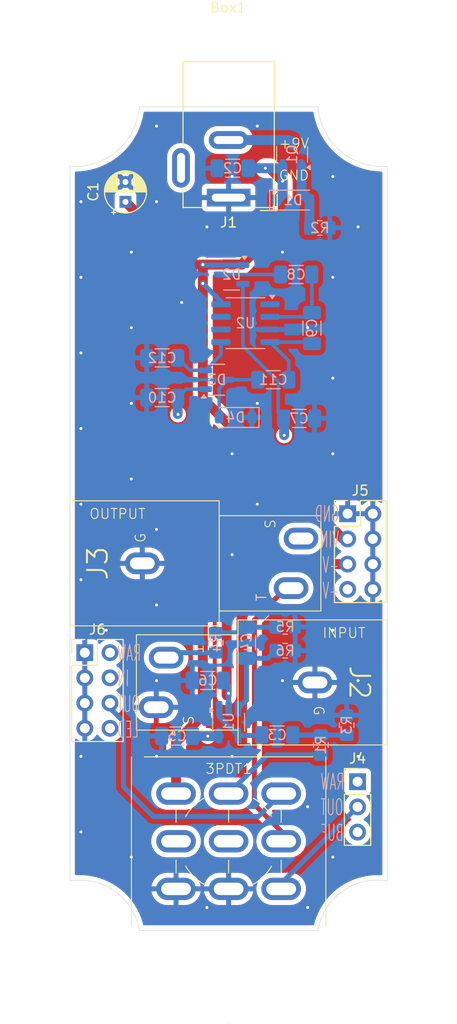
<source format=kicad_pcb>
(kicad_pcb (version 20240108) (generator "pcbnew") (generator_version "8.0")
  (layers (0 "F.Cu" jumper) (1 "In1.Cu" signal) (2 "In2.Cu" signal) (31 "B.Cu" signal) (34 "B.Paste" user) (35 "F.Paste" user) (36 "B.SilkS" user "B.Silkscreen") (37 "F.SilkS" user "F.Silkscreen") (38 "B.Mask" user) (39 "F.Mask" user) (44 "Edge.Cuts" user))
  (net 0 "")
  (net 1 "GND")
  (net 2 "VIN")
  (net 3 "Net-(C3-Pad2)")
  (net 4 "Net-(U1--)")
  (net 5 "+9V")
  (net 6 "+V")
  (net 7 "Net-(D1-A)")
  (net 8 "-V")
  (net 9 "LED")
  (net 10 "Net-(U2-CAP+)")
  (net 11 "Net-(D2-common)")
  (net 12 "Net-(U2-CAP-)")
  (net 13 "Net-(D3-common)")
  (net 14 "OUT^{RAW_OR_BUF}")
  (net 15 "IN^{RAW}")
  (net 16 "OUT^{RAW}")
  (net 17 "-VOUT")
  (net 18 "BUFFERED")
  (net 19 "IN^{EFF}")
  (net 20 "OUT^{EFF}")
  (net 21 "IN")
  (net 22 "Net-(C4-Pad1)")
  (footprint "Connector_PinHeader_2.54mm:PinHeader_1x03_P2.54mm_Vertical" (layer "F.Cu") (at 113 126)
    (property "Reference" "J4" (at 0 -2.33 0) (layer "F.SilkS"))
    (property "Value" "Conn_01x03_Pin")
    (pad "1" thru_hole rect (at 0 0) (size 1.7 1.7) (drill 1) (layers "*.Cu" "*.Mask" "In3.Cu" "In4.Cu" "In5.Cu" "In6.Cu" "In7.Cu" "In8.Cu" "In9.Cu" "In10.Cu" "In11.Cu" "In12.Cu" "In13.Cu" "In14.Cu" "In15.Cu" "In16.Cu" "In17.Cu" "In18.Cu" "In19.Cu" "In20.Cu" "In21.Cu" "In22.Cu" "In23.Cu" "In24.Cu" "In25.Cu" "In26.Cu" "In27.Cu" "In28.Cu" "In29.Cu" "In30.Cu") (net 15 "IN^{RAW}"))
    (pad "2" thru_hole oval (at 0 2.54) (size 1.7 1.7) (drill 1) (layers "*.Cu" "*.Mask" "In3.Cu" "In4.Cu" "In5.Cu" "In6.Cu" "In7.Cu" "In8.Cu" "In9.Cu" "In10.Cu" "In11.Cu" "In12.Cu" "In13.Cu" "In14.Cu" "In15.Cu" "In16.Cu" "In17.Cu" "In18.Cu" "In19.Cu" "In20.Cu" "In21.Cu" "In22.Cu" "In23.Cu" "In24.Cu" "In25.Cu" "In26.Cu" "In27.Cu" "In28.Cu" "In29.Cu" "In30.Cu") (net 14 "OUT^{RAW_OR_BUF}"))
    (pad "3" thru_hole oval (at 0 5.08) (size 1.7 1.7) (drill 1) (layers "*.Cu" "*.Mask" "In3.Cu" "In4.Cu" "In5.Cu" "In6.Cu" "In7.Cu" "In8.Cu" "In9.Cu" "In10.Cu" "In11.Cu" "In12.Cu" "In13.Cu" "In14.Cu" "In15.Cu" "In16.Cu" "In17.Cu" "In18.Cu" "In19.Cu" "In20.Cu" "In21.Cu" "In22.Cu" "In23.Cu" "In24.Cu" "In25.Cu" "In26.Cu" "In27.Cu" "In28.Cu" "In29.Cu" "In30.Cu") (net 18 "BUFFERED"))
  )
  (footprint "Connector_PinHeader_2.54mm:PinHeader_2x04_P2.54mm_Vertical" (layer "F.Cu") (at 112 99)
    (property "Reference" "J5" (at 1.27 -2.33 0) (layer "F.SilkS"))
    (property "Value" "Conn_02x04_Odd_Even")
    (pad "1" thru_hole rect (at 0 0) (size 1.7 1.7) (drill 1) (layers "*.Cu" "*.Mask" "In3.Cu" "In4.Cu" "In5.Cu" "In6.Cu" "In7.Cu" "In8.Cu" "In9.Cu" "In10.Cu" "In11.Cu" "In12.Cu" "In13.Cu" "In14.Cu" "In15.Cu" "In16.Cu" "In17.Cu" "In18.Cu" "In19.Cu" "In20.Cu" "In21.Cu" "In22.Cu" "In23.Cu" "In24.Cu" "In25.Cu" "In26.Cu" "In27.Cu" "In28.Cu" "In29.Cu" "In30.Cu") (net 1 "GND"))
    (pad "2" thru_hole oval (at 2.54 0) (size 1.7 1.7) (drill 1) (layers "*.Cu" "*.Mask" "In3.Cu" "In4.Cu" "In5.Cu" "In6.Cu" "In7.Cu" "In8.Cu" "In9.Cu" "In10.Cu" "In11.Cu" "In12.Cu" "In13.Cu" "In14.Cu" "In15.Cu" "In16.Cu" "In17.Cu" "In18.Cu" "In19.Cu" "In20.Cu" "In21.Cu" "In22.Cu" "In23.Cu" "In24.Cu" "In25.Cu" "In26.Cu" "In27.Cu" "In28.Cu" "In29.Cu" "In30.Cu") (net 1 "GND"))
    (pad "3" thru_hole oval (at 0 2.54) (size 1.7 1.7) (drill 1) (layers "*.Cu" "*.Mask" "In3.Cu" "In4.Cu" "In5.Cu" "In6.Cu" "In7.Cu" "In8.Cu" "In9.Cu" "In10.Cu" "In11.Cu" "In12.Cu" "In13.Cu" "In14.Cu" "In15.Cu" "In16.Cu" "In17.Cu" "In18.Cu" "In19.Cu" "In20.Cu" "In21.Cu" "In22.Cu" "In23.Cu" "In24.Cu" "In25.Cu" "In26.Cu" "In27.Cu" "In28.Cu" "In29.Cu" "In30.Cu") (net 2 "VIN"))
    (pad "4" thru_hole oval (at 2.54 2.54) (size 1.7 1.7) (drill 1) (layers "*.Cu" "*.Mask" "In3.Cu" "In4.Cu" "In5.Cu" "In6.Cu" "In7.Cu" "In8.Cu" "In9.Cu" "In10.Cu" "In11.Cu" "In12.Cu" "In13.Cu" "In14.Cu" "In15.Cu" "In16.Cu" "In17.Cu" "In18.Cu" "In19.Cu" "In20.Cu" "In21.Cu" "In22.Cu" "In23.Cu" "In24.Cu" "In25.Cu" "In26.Cu" "In27.Cu" "In28.Cu" "In29.Cu" "In30.Cu") (net 1 "GND"))
    (pad "5" thru_hole oval (at 0 5.08) (size 1.7 1.7) (drill 1) (layers "*.Cu" "*.Mask" "In3.Cu" "In4.Cu" "In5.Cu" "In6.Cu" "In7.Cu" "In8.Cu" "In9.Cu" "In10.Cu" "In11.Cu" "In12.Cu" "In13.Cu" "In14.Cu" "In15.Cu" "In16.Cu" "In17.Cu" "In18.Cu" "In19.Cu" "In20.Cu" "In21.Cu" "In22.Cu" "In23.Cu" "In24.Cu" "In25.Cu" "In26.Cu" "In27.Cu" "In28.Cu" "In29.Cu" "In30.Cu") (net 8 "-V"))
    (pad "6" thru_hole oval (at 2.54 5.08) (size 1.7 1.7) (drill 1) (layers "*.Cu" "*.Mask" "In3.Cu" "In4.Cu" "In5.Cu" "In6.Cu" "In7.Cu" "In8.Cu" "In9.Cu" "In10.Cu" "In11.Cu" "In12.Cu" "In13.Cu" "In14.Cu" "In15.Cu" "In16.Cu" "In17.Cu" "In18.Cu" "In19.Cu" "In20.Cu" "In21.Cu" "In22.Cu" "In23.Cu" "In24.Cu" "In25.Cu" "In26.Cu" "In27.Cu" "In28.Cu" "In29.Cu" "In30.Cu") (net 1 "GND"))
    (pad "7" thru_hole oval (at 0 7.62) (size 1.7 1.7) (drill 1) (layers "*.Cu" "*.Mask" "In3.Cu" "In4.Cu" "In5.Cu" "In6.Cu" "In7.Cu" "In8.Cu" "In9.Cu" "In10.Cu" "In11.Cu" "In12.Cu" "In13.Cu" "In14.Cu" "In15.Cu" "In16.Cu" "In17.Cu" "In18.Cu" "In19.Cu" "In20.Cu" "In21.Cu" "In22.Cu" "In23.Cu" "In24.Cu" "In25.Cu" "In26.Cu" "In27.Cu" "In28.Cu" "In29.Cu" "In30.Cu") (net 6 "+V"))
    (pad "8" thru_hole oval (at 2.54 7.62) (size 1.7 1.7) (drill 1) (layers "*.Cu" "*.Mask" "In3.Cu" "In4.Cu" "In5.Cu" "In6.Cu" "In7.Cu" "In8.Cu" "In9.Cu" "In10.Cu" "In11.Cu" "In12.Cu" "In13.Cu" "In14.Cu" "In15.Cu" "In16.Cu" "In17.Cu" "In18.Cu" "In19.Cu" "In20.Cu" "In21.Cu" "In22.Cu" "In23.Cu" "In24.Cu" "In25.Cu" "In26.Cu" "In27.Cu" "In28.Cu" "In29.Cu" "In30.Cu") (net 1 "GND"))
  )
  (footprint "Mylib:1590A" (layer "F.Cu") (at 100 100)
    (property "Reference" "Box1" (at -0.05 -52 0) (layer "F.SilkS") (effects (font (thickness 0.1))))
    (property "Value" "~")
  )
  (footprint "Capacitor_THT:CP_Radial_D4.0mm_P2.00mm" (layer "F.Cu") (at 89.6 67.572599 90)
    (property "Reference" "C1" (at 1 -3.25 90) (layer "F.SilkS"))
    (property "Value" "47uF")
    (pad "1" thru_hole rect (at 0 0 90) (size 1.2 1.2) (drill 0.6) (layers "*.Cu" "*.Mask" "In3.Cu" "In4.Cu" "In5.Cu" "In6.Cu" "In7.Cu" "In8.Cu" "In9.Cu" "In10.Cu" "In11.Cu" "In12.Cu" "In13.Cu" "In14.Cu" "In15.Cu" "In16.Cu" "In17.Cu" "In18.Cu" "In19.Cu" "In20.Cu" "In21.Cu" "In22.Cu" "In23.Cu" "In24.Cu" "In25.Cu" "In26.Cu" "In27.Cu" "In28.Cu" "In29.Cu" "In30.Cu") (net 2 "VIN"))
    (pad "2" thru_hole circle (at 2 0 90) (size 1.2 1.2) (drill 0.6) (layers "*.Cu" "*.Mask" "In3.Cu" "In4.Cu" "In5.Cu" "In6.Cu" "In7.Cu" "In8.Cu" "In9.Cu" "In10.Cu" "In11.Cu" "In12.Cu" "In13.Cu" "In14.Cu" "In15.Cu" "In16.Cu" "In17.Cu" "In18.Cu" "In19.Cu" "In20.Cu" "In21.Cu" "In22.Cu" "In23.Cu" "In24.Cu" "In25.Cu" "In26.Cu" "In27.Cu" "In28.Cu" "In29.Cu" "In30.Cu") (net 1 "GND"))
  )
  (footprint "Mylib:3PDT-Stomp-Switch" (layer "F.Cu") (at 100 132)
    (property "Reference" "3PDT1" (at 0 -7.3 0) (layer "F.SilkS") (effects (font (thickness 0.1))))
    (property "Value" "~")
    (pad "1" thru_hole oval (at -5.3 -4.8) (size 4 2.25) (drill oval 3 1.25) (layers "*.Cu" "*.Mask" "In3.Cu" "In4.Cu" "In5.Cu" "In6.Cu" "In7.Cu" "In8.Cu" "In9.Cu" "In10.Cu" "In11.Cu" "In12.Cu" "In13.Cu" "In14.Cu" "In15.Cu" "In16.Cu" "In17.Cu" "In18.Cu" "In19.Cu" "In20.Cu" "In21.Cu" "In22.Cu" "In23.Cu" "In24.Cu" "In25.Cu" "In26.Cu" "In27.Cu" "In28.Cu" "In29.Cu" "In30.Cu") (net 2 "VIN"))
    (pad "2" thru_hole oval (at -5.3 0) (size 4 2.25) (drill oval 3 1.25) (layers "*.Cu" "*.Mask" "In3.Cu" "In4.Cu" "In5.Cu" "In6.Cu" "In7.Cu" "In8.Cu" "In9.Cu" "In10.Cu" "In11.Cu" "In12.Cu" "In13.Cu" "In14.Cu" "In15.Cu" "In16.Cu" "In17.Cu" "In18.Cu" "In19.Cu" "In20.Cu" "In21.Cu" "In22.Cu" "In23.Cu" "In24.Cu" "In25.Cu" "In26.Cu" "In27.Cu" "In28.Cu" "In29.Cu" "In30.Cu") (net 9 "LED"))
    (pad "3" thru_hole oval (at -5.3 4.8) (size 4 2.25) (drill oval 3 1.25) (layers "*.Cu" "*.Mask" "In3.Cu" "In4.Cu" "In5.Cu" "In6.Cu" "In7.Cu" "In8.Cu" "In9.Cu" "In10.Cu" "In11.Cu" "In12.Cu" "In13.Cu" "In14.Cu" "In15.Cu" "In16.Cu" "In17.Cu" "In18.Cu" "In19.Cu" "In20.Cu" "In21.Cu" "In22.Cu" "In23.Cu" "In24.Cu" "In25.Cu" "In26.Cu" "In27.Cu" "In28.Cu" "In29.Cu" "In30.Cu") (net 1 "GND"))
    (pad "4" thru_hole oval (at 0 -4.8) (size 4 2.25) (drill oval 3 1.25) (layers "*.Cu" "*.Mask" "In3.Cu" "In4.Cu" "In5.Cu" "In6.Cu" "In7.Cu" "In8.Cu" "In9.Cu" "In10.Cu" "In11.Cu" "In12.Cu" "In13.Cu" "In14.Cu" "In15.Cu" "In16.Cu" "In17.Cu" "In18.Cu" "In19.Cu" "In20.Cu" "In21.Cu" "In22.Cu" "In23.Cu" "In24.Cu" "In25.Cu" "In26.Cu" "In27.Cu" "In28.Cu" "In29.Cu" "In30.Cu") (net 18 "BUFFERED"))
    (pad "5" thru_hole oval (at 0 0) (size 4 2.25) (drill oval 3 1.25) (layers "*.Cu" "*.Mask" "In3.Cu" "In4.Cu" "In5.Cu" "In6.Cu" "In7.Cu" "In8.Cu" "In9.Cu" "In10.Cu" "In11.Cu" "In12.Cu" "In13.Cu" "In14.Cu" "In15.Cu" "In16.Cu" "In17.Cu" "In18.Cu" "In19.Cu" "In20.Cu" "In21.Cu" "In22.Cu" "In23.Cu" "In24.Cu" "In25.Cu" "In26.Cu" "In27.Cu" "In28.Cu" "In29.Cu" "In30.Cu") (net 19 "IN^{EFF}"))
    (pad "6" thru_hole oval (at 0 4.8) (size 4 2.25) (drill oval 3 1.25) (layers "*.Cu" "*.Mask" "In3.Cu" "In4.Cu" "In5.Cu" "In6.Cu" "In7.Cu" "In8.Cu" "In9.Cu" "In10.Cu" "In11.Cu" "In12.Cu" "In13.Cu" "In14.Cu" "In15.Cu" "In16.Cu" "In17.Cu" "In18.Cu" "In19.Cu" "In20.Cu" "In21.Cu" "In22.Cu" "In23.Cu" "In24.Cu" "In25.Cu" "In26.Cu" "In27.Cu" "In28.Cu" "In29.Cu" "In30.Cu") (net 1 "GND"))
    (pad "7" thru_hole oval (at 5.3 -4.8) (size 4 2.25) (drill oval 3 1.25) (layers "*.Cu" "*.Mask" "In3.Cu" "In4.Cu" "In5.Cu" "In6.Cu" "In7.Cu" "In8.Cu" "In9.Cu" "In10.Cu" "In11.Cu" "In12.Cu" "In13.Cu" "In14.Cu" "In15.Cu" "In16.Cu" "In17.Cu" "In18.Cu" "In19.Cu" "In20.Cu" "In21.Cu" "In22.Cu" "In23.Cu" "In24.Cu" "In25.Cu" "In26.Cu" "In27.Cu" "In28.Cu" "In29.Cu" "In30.Cu") (net 20 "OUT^{EFF}"))
    (pad "8" thru_hole oval (at 5.3 0) (size 4 2.25) (drill oval 3 1.25) (layers "*.Cu" "*.Mask" "In3.Cu" "In4.Cu" "In5.Cu" "In6.Cu" "In7.Cu" "In8.Cu" "In9.Cu" "In10.Cu" "In11.Cu" "In12.Cu" "In13.Cu" "In14.Cu" "In15.Cu" "In16.Cu" "In17.Cu" "In18.Cu" "In19.Cu" "In20.Cu" "In21.Cu" "In22.Cu" "In23.Cu" "In24.Cu" "In25.Cu" "In26.Cu" "In27.Cu" "In28.Cu" "In29.Cu" "In30.Cu") (net 16 "OUT^{RAW}"))
    (pad "9" thru_hole oval (at 5.3 4.8) (size 4 2.25) (drill oval 3 1.25) (layers "*.Cu" "*.Mask" "In3.Cu" "In4.Cu" "In5.Cu" "In6.Cu" "In7.Cu" "In8.Cu" "In9.Cu" "In10.Cu" "In11.Cu" "In12.Cu" "In13.Cu" "In14.Cu" "In15.Cu" "In16.Cu" "In17.Cu" "In18.Cu" "In19.Cu" "In20.Cu" "In21.Cu" "In22.Cu" "In23.Cu" "In24.Cu" "In25.Cu" "In26.Cu" "In27.Cu" "In28.Cu" "In29.Cu" "In30.Cu") (net 14 "OUT^{RAW_OR_BUF}"))
  )
  (footprint "Connector_PinHeader_2.54mm:PinHeader_2x04_P2.54mm_Vertical" (layer "F.Cu") (at 85.5 113)
    (property "Reference" "J6" (at 1.27 -2.33 0) (layer "F.SilkS"))
    (property "Value" "Conn_02x04_Odd_Even")
    (pad "1" thru_hole rect (at 0 0) (size 1.7 1.7) (drill 1) (layers "*.Cu" "*.Mask" "In3.Cu" "In4.Cu" "In5.Cu" "In6.Cu" "In7.Cu" "In8.Cu" "In9.Cu" "In10.Cu" "In11.Cu" "In12.Cu" "In13.Cu" "In14.Cu" "In15.Cu" "In16.Cu" "In17.Cu" "In18.Cu" "In19.Cu" "In20.Cu" "In21.Cu" "In22.Cu" "In23.Cu" "In24.Cu" "In25.Cu" "In26.Cu" "In27.Cu" "In28.Cu" "In29.Cu" "In30.Cu") (net 1 "GND"))
    (pad "2" thru_hole oval (at 2.54 0) (size 1.7 1.7) (drill 1) (layers "*.Cu" "*.Mask" "In3.Cu" "In4.Cu" "In5.Cu" "In6.Cu" "In7.Cu" "In8.Cu" "In9.Cu" "In10.Cu" "In11.Cu" "In12.Cu" "In13.Cu" "In14.Cu" "In15.Cu" "In16.Cu" "In17.Cu" "In18.Cu" "In19.Cu" "In20.Cu" "In21.Cu" "In22.Cu" "In23.Cu" "In24.Cu" "In25.Cu" "In26.Cu" "In27.Cu" "In28.Cu" "In29.Cu" "In30.Cu") (net 15 "IN^{RAW}"))
    (pad "3" thru_hole oval (at 0 2.54) (size 1.7 1.7) (drill 1) (layers "*.Cu" "*.Mask" "In3.Cu" "In4.Cu" "In5.Cu" "In6.Cu" "In7.Cu" "In8.Cu" "In9.Cu" "In10.Cu" "In11.Cu" "In12.Cu" "In13.Cu" "In14.Cu" "In15.Cu" "In16.Cu" "In17.Cu" "In18.Cu" "In19.Cu" "In20.Cu" "In21.Cu" "In22.Cu" "In23.Cu" "In24.Cu" "In25.Cu" "In26.Cu" "In27.Cu" "In28.Cu" "In29.Cu" "In30.Cu") (net 1 "GND"))
    (pad "4" thru_hole oval (at 2.54 2.54) (size 1.7 1.7) (drill 1) (layers "*.Cu" "*.Mask" "In3.Cu" "In4.Cu" "In5.Cu" "In6.Cu" "In7.Cu" "In8.Cu" "In9.Cu" "In10.Cu" "In11.Cu" "In12.Cu" "In13.Cu" "In14.Cu" "In15.Cu" "In16.Cu" "In17.Cu" "In18.Cu" "In19.Cu" "In20.Cu" "In21.Cu" "In22.Cu" "In23.Cu" "In24.Cu" "In25.Cu" "In26.Cu" "In27.Cu" "In28.Cu" "In29.Cu" "In30.Cu") (net 19 "IN^{EFF}"))
    (pad "5" thru_hole oval (at 0 5.08) (size 1.7 1.7) (drill 1) (layers "*.Cu" "*.Mask" "In3.Cu" "In4.Cu" "In5.Cu" "In6.Cu" "In7.Cu" "In8.Cu" "In9.Cu" "In10.Cu" "In11.Cu" "In12.Cu" "In13.Cu" "In14.Cu" "In15.Cu" "In16.Cu" "In17.Cu" "In18.Cu" "In19.Cu" "In20.Cu" "In21.Cu" "In22.Cu" "In23.Cu" "In24.Cu" "In25.Cu" "In26.Cu" "In27.Cu" "In28.Cu" "In29.Cu" "In30.Cu") (net 1 "GND"))
    (pad "6" thru_hole oval (at 2.54 5.08) (size 1.7 1.7) (drill 1) (layers "*.Cu" "*.Mask" "In3.Cu" "In4.Cu" "In5.Cu" "In6.Cu" "In7.Cu" "In8.Cu" "In9.Cu" "In10.Cu" "In11.Cu" "In12.Cu" "In13.Cu" "In14.Cu" "In15.Cu" "In16.Cu" "In17.Cu" "In18.Cu" "In19.Cu" "In20.Cu" "In21.Cu" "In22.Cu" "In23.Cu" "In24.Cu" "In25.Cu" "In26.Cu" "In27.Cu" "In28.Cu" "In29.Cu" "In30.Cu") (net 20 "OUT^{EFF}"))
    (pad "7" thru_hole oval (at 0 7.62) (size 1.7 1.7) (drill 1) (layers "*.Cu" "*.Mask" "In3.Cu" "In4.Cu" "In5.Cu" "In6.Cu" "In7.Cu" "In8.Cu" "In9.Cu" "In10.Cu" "In11.Cu" "In12.Cu" "In13.Cu" "In14.Cu" "In15.Cu" "In16.Cu" "In17.Cu" "In18.Cu" "In19.Cu" "In20.Cu" "In21.Cu" "In22.Cu" "In23.Cu" "In24.Cu" "In25.Cu" "In26.Cu" "In27.Cu" "In28.Cu" "In29.Cu" "In30.Cu") (net 1 "GND"))
    (pad "8" thru_hole oval (at 2.54 7.62) (size 1.7 1.7) (drill 1) (layers "*.Cu" "*.Mask" "In3.Cu" "In4.Cu" "In5.Cu" "In6.Cu" "In7.Cu" "In8.Cu" "In9.Cu" "In10.Cu" "In11.Cu" "In12.Cu" "In13.Cu" "In14.Cu" "In15.Cu" "In16.Cu" "In17.Cu" "In18.Cu" "In19.Cu" "In20.Cu" "In21.Cu" "In22.Cu" "In23.Cu" "In24.Cu" "In25.Cu" "In26.Cu" "In27.Cu" "In28.Cu" "In29.Cu" "In30.Cu") (net 9 "LED"))
  )
  (footprint "Mylib:CK-6.35" (layer "F.Cu") (at 103.2 116 180)
    (property "Reference" "J2" (at -10 0 -90) (layer "F.SilkS") (effects (font (size 2 2) (thickness 0.2))))
    (property "Value" "AudioJack2_Ground")
    (fp_text user "S" (at 7.9 -3.275 -90) (layer "F.SilkS") (effects (font (thickness 0.1)) (justify left bottom)))
    (fp_text user "T" (at 6.9 3.825 -90) (layer "F.SilkS") (effects (font (thickness 0.1)) (justify left bottom)))
    (fp_text user "G" (at -5.3 -2.275 -90) (layer "F.SilkS") (effects (font (thickness 0.1)) (justify left bottom)))
    (pad "G" thru_hole oval (at -5.5 0 180) (size 3.5 2.2) (drill oval 2.5 1.2) (layers "*.Cu" "*.Mask" "In3.Cu" "In4.Cu" "In5.Cu" "In6.Cu" "In7.Cu" "In8.Cu" "In9.Cu" "In10.Cu" "In11.Cu" "In12.Cu" "In13.Cu" "In14.Cu" "In15.Cu" "In16.Cu" "In17.Cu" "In18.Cu" "In19.Cu" "In20.Cu" "In21.Cu" "In22.Cu" "In23.Cu" "In24.Cu" "In25.Cu" "In26.Cu" "In27.Cu" "In28.Cu" "In29.Cu" "In30.Cu") (net 1 "GND"))
    (pad "S" thru_hole oval (at 10.5 -2.5 180) (size 3.5 2.2) (drill oval 2.5 1.2) (layers "*.Cu" "*.Mask" "In3.Cu" "In4.Cu" "In5.Cu" "In6.Cu" "In7.Cu" "In8.Cu" "In9.Cu" "In10.Cu" "In11.Cu" "In12.Cu" "In13.Cu" "In14.Cu" "In15.Cu" "In16.Cu" "In17.Cu" "In18.Cu" "In19.Cu" "In20.Cu" "In21.Cu" "In22.Cu" "In23.Cu" "In24.Cu" "In25.Cu" "In26.Cu" "In27.Cu" "In28.Cu" "In29.Cu" "In30.Cu") (net 1 "GND"))
    (pad "T" thru_hole oval (at 9.5 2.5 180) (size 3.5 2.2) (drill oval 2.5 1.2) (layers "*.Cu" "*.Mask" "In3.Cu" "In4.Cu" "In5.Cu" "In6.Cu" "In7.Cu" "In8.Cu" "In9.Cu" "In10.Cu" "In11.Cu" "In12.Cu" "In13.Cu" "In14.Cu" "In15.Cu" "In16.Cu" "In17.Cu" "In18.Cu" "In19.Cu" "In20.Cu" "In21.Cu" "In22.Cu" "In23.Cu" "In24.Cu" "In25.Cu" "In26.Cu" "In27.Cu" "In28.Cu" "In29.Cu" "In30.Cu") (net 15 "IN^{RAW}"))
  )
  (footprint "Connector_BarrelJack:BarrelJack_Wuerth_6941xx301002" (layer "F.Cu") (at 100 67.15 180)
    (property "Reference" "J1" (at 0 -2.5 0) (layer "F.SilkS"))
    (property "Value" "Barrel_Jack_Switch")
    (pad "1" thru_hole rect (at 0 0 180) (size 4.4 1.8) (drill oval 3.4 0.8) (layers "*.Cu" "*.Mask" "In3.Cu" "In4.Cu" "In5.Cu" "In6.Cu" "In7.Cu" "In8.Cu" "In9.Cu" "In10.Cu" "In11.Cu" "In12.Cu" "In13.Cu" "In14.Cu" "In15.Cu" "In16.Cu" "In17.Cu" "In18.Cu" "In19.Cu" "In20.Cu" "In21.Cu" "In22.Cu" "In23.Cu" "In24.Cu" "In25.Cu" "In26.Cu" "In27.Cu" "In28.Cu" "In29.Cu" "In30.Cu") (net 1 "GND"))
    (pad "2" thru_hole oval (at 0 5.8 180) (size 4 1.8) (drill oval 3 0.8) (layers "*.Cu" "*.Mask" "In3.Cu" "In4.Cu" "In5.Cu" "In6.Cu" "In7.Cu" "In8.Cu" "In9.Cu" "In10.Cu" "In11.Cu" "In12.Cu" "In13.Cu" "In14.Cu" "In15.Cu" "In16.Cu" "In17.Cu" "In18.Cu" "In19.Cu" "In20.Cu" "In21.Cu" "In22.Cu" "In23.Cu" "In24.Cu" "In25.Cu" "In26.Cu" "In27.Cu" "In28.Cu" "In29.Cu" "In30.Cu") (net 5 "+9V"))
    (pad "3" thru_hole oval (at 4.8 3 270) (size 4 1.8) (drill oval 3 0.8) (layers "*.Cu" "*.Mask" "In3.Cu" "In4.Cu" "In5.Cu" "In6.Cu" "In7.Cu" "In8.Cu" "In9.Cu" "In10.Cu" "In11.Cu" "In12.Cu" "In13.Cu" "In14.Cu" "In15.Cu" "In16.Cu" "In17.Cu" "In18.Cu" "In19.Cu" "In20.Cu" "In21.Cu" "In22.Cu" "In23.Cu" "In24.Cu" "In25.Cu" "In26.Cu" "In27.Cu" "In28.Cu" "In29.Cu" "In30.Cu"))
  )
  (footprint "Mylib:CK-6.35" (layer "F.Cu") (at 96.8 104)
    (property "Reference" "J3" (at -10 0 90) (layer "F.SilkS") (effects (font (size 2 2) (thickness 0.2))))
    (property "Value" "AudioJack2_Ground")
    (fp_text user "T" (at 7.1 3.875 90) (layer "F.SilkS") (effects (font (thickness 0.1)) (justify left bottom)))
    (fp_text user "G" (at -5.1 -2 90) (layer "F.SilkS") (effects (font (thickness 0.1)) (justify left bottom)))
    (fp_text user "S" (at 8 -3.425 90) (layer "F.SilkS") (effects (font (thickness 0.1)) (justify left bottom)))
    (pad "G" thru_hole oval (at -5.5 0) (size 3.5 2.2) (drill oval 2.5 1.2) (layers "*.Cu" "*.Mask" "In3.Cu" "In4.Cu" "In5.Cu" "In6.Cu" "In7.Cu" "In8.Cu" "In9.Cu" "In10.Cu" "In11.Cu" "In12.Cu" "In13.Cu" "In14.Cu" "In15.Cu" "In16.Cu" "In17.Cu" "In18.Cu" "In19.Cu" "In20.Cu" "In21.Cu" "In22.Cu" "In23.Cu" "In24.Cu" "In25.Cu" "In26.Cu" "In27.Cu" "In28.Cu" "In29.Cu" "In30.Cu") (net 1 "GND"))
    (pad "S" thru_hole oval (at 10.5 -2.5) (size 3.5 2.2) (drill oval 2.5 1.2) (layers "*.Cu" "*.Mask" "In3.Cu" "In4.Cu" "In5.Cu" "In6.Cu" "In7.Cu" "In8.Cu" "In9.Cu" "In10.Cu" "In11.Cu" "In12.Cu" "In13.Cu" "In14.Cu" "In15.Cu" "In16.Cu" "In17.Cu" "In18.Cu" "In19.Cu" "In20.Cu" "In21.Cu" "In22.Cu" "In23.Cu" "In24.Cu" "In25.Cu" "In26.Cu" "In27.Cu" "In28.Cu" "In29.Cu" "In30.Cu"))
    (pad "T" thru_hole oval (at 9.5 2.5) (size 3.5 2.2) (drill oval 2.5 1.2) (layers "*.Cu" "*.Mask" "In3.Cu" "In4.Cu" "In5.Cu" "In6.Cu" "In7.Cu" "In8.Cu" "In9.Cu" "In10.Cu" "In11.Cu" "In12.Cu" "In13.Cu" "In14.Cu" "In15.Cu" "In16.Cu" "In17.Cu" "In18.Cu" "In19.Cu" "In20.Cu" "In21.Cu" "In22.Cu" "In23.Cu" "In24.Cu" "In25.Cu" "In26.Cu" "In27.Cu" "In28.Cu" "In29.Cu" "In30.Cu") (net 16 "OUT^{RAW}"))
  )
  (footprint "Capacitor_SMD:C_1206_3216Metric_Pad1.33x1.80mm_HandSolder" (layer "B.Cu") (at 108.4 80.3 -90)
    (property "Reference" "C9" (at 0 0 90) (layer "B.SilkS") (effects (justify mirror)))
    (property "Value" "10uF")
    (pad "1" smd roundrect (at -1.5625 0 270) (size 1.325 1.8) (layers "B.Cu" "B.Paste" "B.Mask") (roundrect_rratio 0.188679) (net 10 "Net-(U2-CAP+)"))
    (pad "2" smd roundrect (at 1.5625 0 270) (size 1.325 1.8) (layers "B.Cu" "B.Paste" "B.Mask") (roundrect_rratio 0.188679) (net 12 "Net-(U2-CAP-)"))
  )
  (footprint "Resistor_SMD:R_0805_2012Metric_Pad1.20x1.40mm_HandSolder" (layer "B.Cu") (at 109.2 70.2)
    (property "Reference" "R2" (at 0 0 0) (layer "B.SilkS") (effects (justify mirror)))
    (property "Value" "100k")
    (pad "1" smd roundrect (at -1 0) (size 1.2 1.4) (layers "B.Cu" "B.Paste" "B.Mask") (roundrect_rratio 0.208333) (net 7 "Net-(D1-A)"))
    (pad "2" smd roundrect (at 1 0) (size 1.2 1.4) (layers "B.Cu" "B.Paste" "B.Mask") (roundrect_rratio 0.208333) (net 1 "GND"))
  )
  (footprint "Capacitor_SMD:C_1206_3216Metric_Pad1.33x1.80mm_HandSolder" (layer "B.Cu") (at 93.3 87.3 180)
    (property "Reference" "C10" (at 0 0 0) (layer "B.SilkS") (effects (justify mirror)))
    (property "Value" "47uF")
    (pad "1" smd roundrect (at -1.5625 0 180) (size 1.325 1.8) (layers "B.Cu" "B.Paste" "B.Mask") (roundrect_rratio 0.188679) (net 8 "-V"))
    (pad "2" smd roundrect (at 1.5625 0 180) (size 1.325 1.8) (layers "B.Cu" "B.Paste" "B.Mask") (roundrect_rratio 0.188679) (net 1 "GND"))
  )
  (footprint "Package_TO_SOT_SMD:SOT-23-3" (layer "B.Cu") (at 100.3 74.9 180)
    (property "Reference" "D2" (at 0 0 0) (layer "B.SilkS") (effects (justify mirror)))
    (property "Value" "MMBD1203")
    (pad "1" smd roundrect (at -1.1375 0.95 180) (size 1.325 0.6) (layers "B.Cu" "B.Paste" "B.Mask") (net 2 "VIN"))
    (pad "2" smd roundrect (at -1.1375 -0.95 180) (size 1.325 0.6) (layers "B.Cu" "B.Paste" "B.Mask") (net 6 "+V"))
    (pad "3" smd roundrect (at 1.1375 0 180) (size 1.325 0.6) (layers "B.Cu" "B.Paste" "B.Mask") (net 11 "Net-(D2-common)"))
  )
  (footprint "Diode_SMD:D_SOD-123" (layer "B.Cu") (at 106.5 67.4)
    (property "Reference" "D1" (at 0 0 0) (layer "B.SilkS") (effects (justify mirror)))
    (property "Value" "12V")
    (pad "1" smd roundrect (at -1.65 0) (size 0.9 1.2) (layers "B.Cu" "B.Paste" "B.Mask") (net 2 "VIN"))
    (pad "2" smd roundrect (at 1.65 0) (size 0.9 1.2) (layers "B.Cu" "B.Paste" "B.Mask") (net 7 "Net-(D1-A)"))
  )
  (footprint "Capacitor_SMD:C_1206_3216Metric_Pad1.33x1.80mm_HandSolder" (layer "B.Cu") (at 104.9 121.3)
    (property "Reference" "C3" (at 0 0 0) (layer "B.SilkS") (effects (justify mirror)))
    (property "Value" "1uF")
    (pad "1" smd roundrect (at -1.5625 0) (size 1.325 1.8) (layers "B.Cu" "B.Paste" "B.Mask") (roundrect_rratio 0.188679) (net 4 "Net-(U1--)"))
    (pad "2" smd roundrect (at 1.5625 0) (size 1.325 1.8) (layers "B.Cu" "B.Paste" "B.Mask") (roundrect_rratio 0.188679) (net 3 "Net-(C3-Pad2)"))
  )
  (footprint "Capacitor_SMD:C_1206_3216Metric_Pad1.33x1.80mm_HandSolder" (layer "B.Cu") (at 101.8 112 -90)
    (property "Reference" "C4" (at 0 0 90) (layer "B.SilkS") (effects (justify mirror)))
    (property "Value" "0.1uF" (hide yes))
    (pad "1" smd roundrect (at -1.5625 0 270) (size 1.325 1.8) (layers "B.Cu" "B.Paste" "B.Mask") (roundrect_rratio 0.188679) (net 22 "Net-(C4-Pad1)"))
    (pad "2" smd roundrect (at 1.5625 0 270) (size 1.325 1.8) (layers "B.Cu" "B.Paste" "B.Mask") (roundrect_rratio 0.188679) (net 21 "IN"))
  )
  (footprint "Resistor_SMD:R_0805_2012Metric_Pad1.20x1.40mm_HandSolder" (layer "B.Cu") (at 111.9 120.3 90)
    (property "Reference" "R3" (at 0 0 90) (layer "B.SilkS") (effects (justify mirror)))
    (property "Value" "470k")
    (pad "1" smd roundrect (at -1 0 90) (size 1.2 1.4) (layers "B.Cu" "B.Paste" "B.Mask") (roundrect_rratio 0.208333) (net 3 "Net-(C3-Pad2)"))
    (pad "2" smd roundrect (at 1 0 90) (size 1.2 1.4) (layers "B.Cu" "B.Paste" "B.Mask") (roundrect_rratio 0.208333) (net 1 "GND"))
  )
  (footprint "Resistor_SMD:R_0805_2012Metric_Pad1.20x1.40mm_HandSolder" (layer "B.Cu") (at 98.7 112 90)
    (property "Reference" "R4" (at 0 0 90) (layer "B.SilkS") (effects (justify mirror)))
    (property "Value" "10k" (hide yes))
    (pad "1" smd roundrect (at -1 0 90) (size 1.2 1.4) (layers "B.Cu" "B.Paste" "B.Mask") (roundrect_rratio 0.208333) (net 15 "IN^{RAW}"))
    (pad "2" smd roundrect (at 1 0 90) (size 1.2 1.4) (layers "B.Cu" "B.Paste" "B.Mask") (roundrect_rratio 0.208333) (net 22 "Net-(C4-Pad1)"))
  )
  (footprint "Capacitor_SMD:C_1206_3216Metric_Pad1.33x1.80mm_HandSolder" (layer "B.Cu") (at 100.4 64.1875 180)
    (property "Reference" "C2" (at 0 0 0) (layer "B.SilkS") (effects (justify mirror)))
    (property "Value" "47uF")
    (pad "1" smd roundrect (at -1.5625 0 180) (size 1.325 1.8) (layers "B.Cu" "B.Paste" "B.Mask") (roundrect_rratio 0.188679) (net 2 "VIN"))
    (pad "2" smd roundrect (at 1.5625 0 180) (size 1.325 1.8) (layers "B.Cu" "B.Paste" "B.Mask") (roundrect_rratio 0.188679) (net 1 "GND"))
  )
  (footprint "Resistor_SMD:R_0805_2012Metric_Pad1.20x1.40mm_HandSolder" (layer "B.Cu") (at 105.7 112.8)
    (property "Reference" "R6" (at 0 0 0) (layer "B.SilkS") (effects (justify mirror)))
    (property "Value" "470k" (hide yes))
    (pad "1" smd roundrect (at -1 0) (size 1.2 1.4) (layers "B.Cu" "B.Paste" "B.Mask") (roundrect_rratio 0.208333) (net 21 "IN"))
    (pad "2" smd roundrect (at 1 0) (size 1.2 1.4) (layers "B.Cu" "B.Paste" "B.Mask") (roundrect_rratio 0.208333) (net 1 "GND"))
  )
  (footprint "Package_TO_SOT_SMD:SOT-23-3" (layer "B.Cu") (at 98.8 85.5)
    (property "Reference" "D3" (at 0 0 0) (layer "B.SilkS") (effects (justify mirror)))
    (property "Value" "MMBD1203")
    (pad "1" smd roundrect (at -1.1375 0.95) (size 1.325 0.6) (layers "B.Cu" "B.Paste" "B.Mask") (net 8 "-V"))
    (pad "2" smd roundrect (at -1.1375 -0.95) (size 1.325 0.6) (layers "B.Cu" "B.Paste" "B.Mask") (net 17 "-VOUT"))
    (pad "3" smd roundrect (at 1.1375 0) (size 1.325 0.6) (layers "B.Cu" "B.Paste" "B.Mask") (net 13 "Net-(D3-common)"))
  )
  (footprint "Diode_SMD:D_SOD-123" (layer "B.Cu") (at 100.7 89.3 180)
    (property "Reference" "D4" (at 0 0 0) (layer "B.SilkS") (effects (justify mirror)))
    (property "Value" "D")
    (pad "1" smd roundrect (at -1.65 0 180) (size 0.9 1.2) (layers "B.Cu" "B.Paste" "B.Mask") (net 1 "GND"))
    (pad "2" smd roundrect (at 1.65 0 180) (size 0.9 1.2) (layers "B.Cu" "B.Paste" "B.Mask") (net 13 "Net-(D3-common)"))
  )
  (footprint "Capacitor_SMD:C_1206_3216Metric_Pad1.33x1.80mm_HandSolder" (layer "B.Cu") (at 97.9 115.8 180)
    (property "Reference" "C6" (at 0 0 0) (layer "B.SilkS") (effects (justify mirror)))
    (property "Value" "0.1uF" (hide yes))
    (pad "1" smd roundrect (at -1.5625 0 180) (size 1.325 1.8) (layers "B.Cu" "B.Paste" "B.Mask") (roundrect_rratio 0.188679) (net 8 "-V"))
    (pad "2" smd roundrect (at 1.5625 0 180) (size 1.325 1.8) (layers "B.Cu" "B.Paste" "B.Mask") (roundrect_rratio 0.188679) (net 1 "GND"))
  )
  (footprint "Capacitor_SMD:C_1206_3216Metric_Pad1.33x1.80mm_HandSolder" (layer "B.Cu") (at 106.8 74.9)
    (property "Reference" "C8" (at 0 0 0) (layer "B.SilkS") (effects (justify mirror)))
    (property "Value" "10uF")
    (pad "1" smd roundrect (at -1.5625 0) (size 1.325 1.8) (layers "B.Cu" "B.Paste" "B.Mask") (roundrect_rratio 0.188679) (net 11 "Net-(D2-common)"))
    (pad "2" smd roundrect (at 1.5625 0) (size 1.325 1.8) (layers "B.Cu" "B.Paste" "B.Mask") (roundrect_rratio 0.188679) (net 10 "Net-(U2-CAP+)"))
  )
  (footprint "Resistor_SMD:R_0805_2012Metric_Pad1.20x1.40mm_HandSolder" (layer "B.Cu") (at 109.3 122.3 -90)
    (property "Reference" "R1" (at 0 0 90) (layer "B.SilkS") (effects (justify mirror)))
    (property "Value" "10k")
    (pad "1" smd roundrect (at -1 0 270) (size 1.2 1.4) (layers "B.Cu" "B.Paste" "B.Mask") (roundrect_rratio 0.208333) (net 3 "Net-(C3-Pad2)"))
    (pad "2" smd roundrect (at 1 0 270) (size 1.2 1.4) (layers "B.Cu" "B.Paste" "B.Mask") (roundrect_rratio 0.208333) (net 18 "BUFFERED"))
  )
  (footprint "Capacitor_SMD:C_1206_3216Metric_Pad1.33x1.80mm_HandSolder" (layer "B.Cu") (at 104.5 85.5 180)
    (property "Reference" "C11" (at 0 0 0) (layer "B.SilkS") (effects (justify mirror)))
    (property "Value" "10uF")
    (pad "1" smd roundrect (at -1.5625 0 180) (size 1.325 1.8) (layers "B.Cu" "B.Paste" "B.Mask") (roundrect_rratio 0.188679) (net 12 "Net-(U2-CAP-)"))
    (pad "2" smd roundrect (at 1.5625 0 180) (size 1.325 1.8) (layers "B.Cu" "B.Paste" "B.Mask") (roundrect_rratio 0.188679) (net 13 "Net-(D3-common)"))
  )
  (footprint "Resistor_SMD:R_0805_2012Metric_Pad1.20x1.40mm_HandSolder" (layer "B.Cu") (at 105.7 110.4)
    (property "Reference" "R5" (at 0 0 0) (layer "B.SilkS") (effects (justify mirror)))
    (property "Value" "1M0" (hide yes))
    (pad "1" smd roundrect (at -1 0) (size 1.2 1.4) (layers "B.Cu" "B.Paste" "B.Mask") (roundrect_rratio 0.208333) (net 22 "Net-(C4-Pad1)"))
    (pad "2" smd roundrect (at 1 0) (size 1.2 1.4) (layers "B.Cu" "B.Paste" "B.Mask") (roundrect_rratio 0.208333) (net 1 "GND"))
  )
  (footprint "Package_TO_SOT_SMD:SOT-23-3" (layer "B.Cu") (at 106.4 62.8 90)
    (property "Reference" "Q1" (at 0 0 90) (layer "B.SilkS") (effects (justify mirror)))
    (property "Value" "40V")
    (pad "1" smd roundrect (at -1.1375 0.95 90) (size 1.325 0.6) (layers "B.Cu" "B.Paste" "B.Mask") (net 7 "Net-(D1-A)"))
    (pad "2" smd roundrect (at -1.1375 -0.95 90) (size 1.325 0.6) (layers "B.Cu" "B.Paste" "B.Mask") (net 2 "VIN"))
    (pad "3" smd roundrect (at 1.1375 0 90) (size 1.325 0.6) (layers "B.Cu" "B.Paste" "B.Mask") (net 5 "+9V"))
  )
  (footprint "Package_TO_SOT_SMD:SOT-23-5_HandSoldering" (layer "B.Cu") (at 100 120 -90)
    (property "Reference" "U1" (at 0 0 90) (layer "B.SilkS") (effects (justify mirror)))
    (property "Value" "~" (hide yes))
    (pad "1" smd roundrect (at -1.35 0.95 270) (size 1.56 0.65) (layers "B.Cu" "B.Paste" "B.Mask") (net 4 "Net-(U1--)"))
    (pad "2" smd roundrect (at -1.35 0 270) (size 1.56 0.65) (layers "B.Cu" "B.Paste" "B.Mask") (net 8 "-V"))
    (pad "3" smd roundrect (at -1.35 -0.95 270) (size 1.56 0.65) (layers "B.Cu" "B.Paste" "B.Mask") (net 21 "IN"))
    (pad "4" smd roundrect (at 1.35 -0.95 270) (size 1.56 0.65) (layers "B.Cu" "B.Paste" "B.Mask") (net 4 "Net-(U1--)"))
    (pad "5" smd roundrect (at 1.35 0.95 270) (size 1.56 0.65) (layers "B.Cu" "B.Paste" "B.Mask") (net 6 "+V"))
  )
  (footprint "Capacitor_SMD:C_1206_3216Metric_Pad1.33x1.80mm_HandSolder" (layer "B.Cu") (at 93.3 83.3 180)
    (property "Reference" "C12" (at 0 0 0) (layer "B.SilkS") (effects (justify mirror)))
    (property "Value" "47uF")
    (pad "1" smd roundrect (at -1.5625 0 180) (size 1.325 1.8) (layers "B.Cu" "B.Paste" "B.Mask") (roundrect_rratio 0.188679) (net 17 "-VOUT"))
    (pad "2" smd roundrect (at 1.5625 0 180) (size 1.325 1.8) (layers "B.Cu" "B.Paste" "B.Mask") (roundrect_rratio 0.188679) (net 1 "GND"))
  )
  (footprint "Capacitor_SMD:C_1206_3216Metric_Pad1.33x1.80mm_HandSolder" (layer "B.Cu") (at 94.8 121.4 180)
    (property "Reference" "C5" (at 0 0 0) (layer "B.SilkS") (effects (justify mirror)))
    (property "Value" "0.1uF" (hide yes))
    (pad "1" smd roundrect (at -1.5625 0 180) (size 1.325 1.8) (layers "B.Cu" "B.Paste" "B.Mask") (roundrect_rratio 0.188679) (net 6 "+V"))
    (pad "2" smd roundrect (at 1.5625 0 180) (size 1.325 1.8) (layers "B.Cu" "B.Paste" "B.Mask") (roundrect_rratio 0.188679) (net 1 "GND"))
  )
  (footprint "Package_SO:SOIC-8_3.9x4.9mm_P1.27mm" (layer "B.Cu") (at 101.7 79.8 180)
    (property "Reference" "U2" (at 0 0 0) (layer "B.SilkS") (effects (justify mirror)))
    (property "Value" "LT1054")
    (pad "1" smd roundrect (at -2.475 1.905 180) (size 1.95 0.6) (layers "B.Cu" "B.Paste" "B.Mask"))
    (pad "2" smd roundrect (at -2.475 0.635 180) (size 1.95 0.6) (layers "B.Cu" "B.Paste" "B.Mask") (net 10 "Net-(U2-CAP+)"))
    (pad "3" smd roundrect (at -2.475 -0.635 180) (size 1.95 0.6) (layers "B.Cu" "B.Paste" "B.Mask") (net 1 "GND"))
    (pad "4" smd roundrect (at -2.475 -1.905 180) (size 1.95 0.6) (layers "B.Cu" "B.Paste" "B.Mask") (net 12 "Net-(U2-CAP-)"))
    (pad "5" smd roundrect (at 2.475 -1.905 180) (size 1.95 0.6) (layers "B.Cu" "B.Paste" "B.Mask") (net 17 "-VOUT"))
    (pad "6" smd roundrect (at 2.475 -0.635 180) (size 1.95 0.6) (layers "B.Cu" "B.Paste" "B.Mask"))
    (pad "7" smd roundrect (at 2.475 0.635 180) (size 1.95 0.6) (layers "B.Cu" "B.Paste" "B.Mask"))
    (pad "8" smd roundrect (at 2.475 1.905 180) (size 1.95 0.6) (layers "B.Cu" "B.Paste" "B.Mask") (net 2 "VIN"))
  )
  (footprint "Capacitor_SMD:C_1206_3216Metric_Pad1.33x1.80mm_HandSolder" (layer "B.Cu") (at 107.1 89.4)
    (property "Reference" "C7" (at 0 0 0) (layer "B.SilkS") (effects (justify mirror)))
    (property "Value" "47uF")
    (pad "1" smd roundrect (at -1.5625 0) (size 1.325 1.8) (layers "B.Cu" "B.Paste" "B.Mask") (roundrect_rratio 0.188679) (net 6 "+V"))
    (pad "2" smd roundrect (at 1.5625 0) (size 1.325 1.8) (layers "B.Cu" "B.Paste" "B.Mask") (roundrect_rratio 0.188679) (net 1 "GND"))
  )
  (gr_arc (start 109 141) (mid 111.464466 137.050253) (end 116 136) (stroke (width 0.05)) (layer "Edge.Cuts"))
  (gr_arc (start 91 58) (mid 88.742641 62.449747) (end 84 64) (stroke (width 0.05)) (layer "Edge.Cuts"))
  (gr_arc (start 116 64) (mid 111.261569 62.444812) (end 109 58) (stroke (width 0.05)) (layer "Edge.Cuts"))
  (gr_line (start 91 141) (end 109 141) (stroke (width 0.05)) (layer "Edge.Cuts"))
  (gr_line (start 116 64) (end 116 136) (stroke (width 0.05)) (layer "Edge.Cuts"))
  (gr_line (start 91 58) (end 109 58) (stroke (width 0.05)) (layer "Edge.Cuts"))
  (gr_line (start 84 136) (end 84 64) (stroke (width 0.05)) (layer "Edge.Cuts"))
  (gr_arc (start 84 136) (mid 88.535534 137.050253) (end 91 141) (stroke (width 0.05)) (layer "Edge.Cuts"))
  (gr_text "GND\nVIN\n-V\n+V" (at 111.2 107.7 0) (layer "B.SilkS") (effects (font (size 1.6 0.8) (thickness 0.1)) (justify left bottom mirror)))
  (gr_text "RAW\nOUT\nBUF" (at 109.2 132.1 0) (layer "B.SilkS") (effects (font (size 1.6 0.8) (thickness 0.1)) (justify right bottom mirror)))
  (gr_text "RAW\nIN\nOUT\nLED" (at 88.7 121.7 0) (layer "B.SilkS") (effects (font (size 1.6 0.8) (thickness 0.1)) (justify right bottom mirror)))
  (gr_text "INPUT" (at 109.4 111.6 0) (layer "F.SilkS") (effects (font (size 1 1) (thickness 0.1)) (justify left bottom)))
  (gr_text "+9V\n\nGND" (at 105 65.5 0) (layer "F.SilkS") (effects (font (size 1 1) (thickness 0.1)) (justify left bottom)))
  (gr_text "OUTPUT" (at 85.9 99.6 0) (layer "F.SilkS") (effects (font (size 1 1) (thickness 0.1)) (justify left bottom)))
  (via (at 105.43 72.6395) (size 0.6) (drill 0.3) (layers "F.Cu" "B.Cu") (net 1))
  (via (at 92.73 67.5595) (size 0.6) (drill 0.3) (layers "F.Cu" "B.Cu") (net 1))
  (via (at 85.11 98.0395) (size 0.6) (drill 0.3) (layers "F.Cu" "B.Cu") (net 1))
  (via (at 110.51 110.7395) (size 0.6) (drill 0.3) (layers "F.Cu" "B.Cu") (net 1))
  (via (at 102.89 59.9395) (size 0.6) (drill 0.3) (layers "F.Cu" "B.Cu") (net 1))
  (via (at 97.81 70.0995) (size 0.6) (drill 0.3) (layers "F.Cu" "B.Cu") (net 1))
  (via (at 95.27 77.7195) (size 0.6) (drill 0.3) (layers "F.Cu" "B.Cu") (net 1))
  (via (at 110.51 75.1795) (size 0.6) (drill 0.3) (layers "F.Cu" "B.Cu") (net 1))
  (via (at 100.35 92.9595) (size 0.6) (drill 0.3) (layers "F.Cu" "B.Cu") (net 1))
  (via (at 85.11 75.1795) (size 0.6) (drill 0.3) (layers "F.Cu" "B.Cu") (net 1))
  (via (at 92.73 123.4395) (size 0.6) (drill 0.3) (layers "F.Cu" "B.Cu") (net 1))
  (via (at 110.51 92.9595) (size 0.6) (drill 0.3) (layers "F.Cu" "B.Cu") (net 1))
  (via (at 85.11 105.6595) (size 0.6) (drill 0.3) (layers "F.Cu" "B.Cu") (net 1))
  (via (at 87.65 110.7395) (size 0.6) (drill 0.3) (layers "F.Cu" "B.Cu") (net 1))
  (via (at 100.35 65.0195) (size 0.6) (drill 0.3) (layers "F.Cu" "B.Cu") (net 1))
  (via (at 105.43 115.8195) (size 0.6) (drill 0.3) (layers "F.Cu" "B.Cu") (net 1))
  (via (at 90.19 87.8795) (size 0.6) (drill 0.3) (layers "F.Cu" "B.Cu") (net 1))
  (via (at 92.73 100.5795) (size 0.6) (drill 0.3) (layers "F.Cu" "B.Cu") (net 1))
  (via (at 90.19 80.2595) (size 0.6) (drill 0.3) (layers "F.Cu" "B.Cu") (net 1))
  (via (at 100.35 103.1195) (size 0.6) (drill 0.3) (layers "F.Cu" "B.Cu") (net 1))
  (via (at 92.73 108.1995) (size 0.6) (drill 0.3) (layers "F.Cu" "B.Cu") (net 1))
  (via (at 85.11 123.4395) (size 0.6) (drill 0.3) (layers "F.Cu" "B.Cu") (net 1))
  (via (at 110.51 133.5995) (size 0.6) (drill 0.3) (layers "F.Cu" "B.Cu") (net 1))
  (via (at 85.11 90.4195) (size 0.6) (drill 0.3) (layers "F.Cu" "B.Cu") (net 1))
  (via (at 110.51 85.3395) (size 0.6) (drill 0.3) (layers "F.Cu" "B.Cu") (net 1))
  (via (at 85.11 67.5595) (size 0.6) (drill 0.3) (layers "F.Cu" "B.Cu") (net 1))
  (via (at 100.35 123.4395) (size 0.6) (drill 0.3) (layers "F.Cu" "B.Cu") (net 1))
  (via (at 110.51 65.0195) (size 0.6) (drill 0.3) (layers "F.Cu" "B.Cu") (net 1))
  (via (at 107.97 128.5195) (size 0.6) (drill 0.3) (layers "F.Cu" "B.Cu") (net 1))
  (via (at 107.97 138.6795) (size 0.6) (drill 0.3) (layers "F.Cu" "B.Cu") (net 1))
  (via (at 90.19 133.5995) (size 0.6) (drill 0.3) (layers "F.Cu" "B.Cu") (net 1))
  (via (at 90.19 95.4995) (size 0.6) (drill 0.3) (layers "F.Cu" "B.Cu") (net 1))
  (via (at 90.19 72.6395) (size 0.6) (drill 0.3) (layers "F.Cu" "B.Cu") (net 1))
  (via (at 113.05 70.0995) (size 0.6) (drill 0.3) (layers "F.Cu" "B.Cu") (net 1))
  (via (at 85.11 82.7995) (size 0.6) (drill 0.3) (layers "F.Cu" "B.Cu") (net 1))
  (via (at 107.97 80.2595) (size 0.6) (drill 0.3) (layers "F.Cu" "B.Cu") (net 1))
  (via (at 85.11 131.0595) (size 0.6) (drill 0.3) (layers "F.Cu" "B.Cu") (net 1))
  (via (at 113.05 115.8195) (size 0.6) (drill 0.3) (layers "F.Cu" "B.Cu") (net 1))
  (via (at 97.81 138.6795) (size 0.6) (drill 0.3) (layers "F.Cu" "B.Cu") (net 1))
  (via (at 113.05 123.4395) (size 0.6) (drill 0.3) (layers "F.Cu" "B.Cu") (net 1))
  (via (at 102.89 98.0395) (size 0.6) (drill 0.3) (layers "F.Cu" "B.Cu") (net 1))
  (via (at 102.89 87.8795) (size 0.6) (drill 0.3) (layers "F.Cu" "B.Cu") (net 1))
  (via (at 92.73 59.9395) (size 0.6) (drill 0.3) (layers "F.Cu" "B.Cu") (net 1))
  (via (at 92.73 115.8195) (size 0.6) (drill 0.3) (layers "F.Cu" "B.Cu") (net 1))
  (segment (start 97.4 75.8) (end 97.4 87.4) (width 1) (layer "F.Cu") (net 2))
  (segment (start 97.4 87.4) (end 111.54 101.54) (width 1) (layer "F.Cu") (net 2))
  (segment (start 104.1375 64.1875) (end 105.45 65.5) (width 1) (layer "F.Cu") (net 2))
  (segment (start 105.45 65.5) (end 105.45 69.75) (width 1) (layer "F.Cu") (net 2))
  (segment (start 97.4 87.4) (end 97.4 119.3) (width 1) (layer "F.Cu") (net 2))
  (segment (start 97.4 73.9) (end 95.927401 73.9) (width 1) (layer "F.Cu") (net 2))
  (segment (start 105.45 69.75) (end 101.3 73.9) (width 1) (layer "F.Cu") (net 2))
  (segment (start 103.7 64.1875) (end 104.1375 64.1875) (width 1) (layer "F.Cu") (net 2))
  (segment (start 111.54 101.54) (end 112 101.54) (width 1) (layer "F.Cu") (net 2))
  (segment (start 94.7 122) (end 94.7 127.2) (width 1) (layer "F.Cu") (net 2))
  (segment (start 95.927401 73.9) (end 89.6 67.572599) (width 1) (layer "F.Cu") (net 2))
  (segment (start 97.4 75.8) (end 97.4 73.9) (width 1) (layer "F.Cu") (net 2))
  (segment (start 97.4 119.3) (end 94.7 122) (width 1) (layer "F.Cu") (net 2))
  (segment (start 101.3 73.9) (end 97.4 73.9) (width 1) (layer "F.Cu") (net 2))
  (via (at 97.4 75.8) (size 0.6) (drill 0.3) (layers "F.Cu" "B.Cu") (net 2))
  (via (at 97.4 73.9) (size 0.6) (drill 0.3) (layers "F.Cu" "B.Cu") (net 2))
  (via (at 103.7 64.1875) (size 0.6) (drill 0.3) (layers "F.Cu" "B.Cu") (net 2))
  (via (at 105.45 65.5) (size 0.6) (drill 0.3) (layers "F.Cu" "B.Cu") (net 2))
  (segment (start 99.225 77.625) (end 97.4 75.8) (width 0.5) (layer "B.Cu") (net 2))
  (segment (start 103.7 64.1875) (end 105.2 64.1875) (width 1) (layer "B.Cu") (net 2))
  (segment (start 105.2 64.1875) (end 105.45 63.9375) (width 1) (layer "B.Cu") (net 2))
  (segment (start 97.45 73.95) (end 97.4 73.9) (width 0.5) (layer "B.Cu") (net 2))
  (segment (start 105.45 66.8) (end 104.85 67.4) (width 1) (layer "B.Cu") (net 2))
  (segment (start 101.9625 64.1875) (end 103.7 64.1875) (width 1) (layer "B.Cu") (net 2))
  (segment (start 105.45 65.5) (end 105.45 66.8) (width 1) (layer "B.Cu") (net 2))
  (segment (start 99.225 77.895) (end 99.225 77.625) (width 0.5) (layer "B.Cu") (net 2))
  (segment (start 105.45 63.9375) (end 105.45 65.5) (width 1) (layer "B.Cu") (net 2))
  (segment (start 101.4375 73.95) (end 97.45 73.95) (width 0.5) (layer "B.Cu") (net 2))
  (segment (start 106.4625 121.3) (end 111.9 121.3) (width 0.5) (layer "B.Cu") (net 3))
  (segment (start 99.05 119.45) (end 100.95 121.35) (width 0.5) (layer "B.Cu") (net 4))
  (segment (start 100.95 121.35) (end 103.2875 121.35) (width 0.5) (layer "B.Cu") (net 4))
  (segment (start 99.05 118.65) (end 99.05 119.45) (width 0.3) (layer "B.Cu") (net 4))
  (segment (start 100 61.35) (end 106.0875 61.35) (width 1) (layer "B.Cu") (net 5))
  (segment (start 106.0875 61.35) (end 106.4 61.6625) (width 1) (layer "B.Cu") (net 5))
  (via (at 97.9 121.4) (size 0.6) (drill 0.3) (layers "F.Cu" "B.Cu") (net 6))
  (via (at 105.6 91.1) (size 0.6) (drill 0.3) (layers "F.Cu" "B.Cu") (net 6))
  (segment (start 105 88.8625) (end 105.5375 89.4) (width 0.35) (layer "B.Cu") (net 6))
  (segment (start 105.6 91.1) (end 105.6 89.4625) (width 1) (layer "B.Cu") (net 6))
  (segment (start 96.3625 121.4) (end 99 121.4) (width 1) (layer "B.Cu") (net 6))
  (segment (start 105 85.6799) (end 105 88.8625) (width 0.35) (layer "B.Cu") (net 6))
  (segment (start 101.4375 75.85) (end 101.4375 82.1174) (width 0.35) (layer "B.Cu") (net 6))
  (segment (start 101.4375 82.1174) (end 105 85.6799) (width 0.35) (layer "B.Cu") (net 6))
  (segment (start 107.35 66.6) (end 108.15 67.4) (width 1) (layer "B.Cu") (net 7))
  (segment (start 108.15 67.4) (end 108.15 70.15) (width 1) (layer "B.Cu") (net 7))
  (segment (start 107.35 63.9375) (end 107.35 66.6) (width 1) (layer "B.Cu") (net 7))
  (segment (start 112 104.08) (end 104.32 104.08) (width 1) (layer "F.Cu") (net 8))
  (segment (start 104.32 104.08) (end 99.8 108.6) (width 1) (layer "F.Cu") (net 8))
  (segment (start 99.8 108.6) (end 99.8 117.3) (width 1) (layer "F.Cu") (net 8))
  (via (at 94.9 89) (size 0.6) (drill 0.3) (layers "F.Cu" "B.Cu") (net 8))
  (via (at 100 117.1) (size 0.6) (drill 0.3) (layers "F.Cu" "B.Cu") (net 8))
  (segment (start 95.7125 86.45) (end 94.8625 87.3) (width 0.35) (layer "B.Cu") (net 8))
  (segment (start 94.8625 87.3) (end 94.8625 88.9625) (width 1) (layer "B.Cu") (net 8))
  (segment (start 100 117.1) (end 100 118.65) (width 0.5) (layer "B.Cu") (net 8))
  (segment (start 100 116.3375) (end 100 117.1) (width 0.5) (layer "B.Cu") (net 8))
  (segment (start 94.8625 88.9625) (end 94.9 89) (width 0.35) (layer "B.Cu") (net 8))
  (segment (start 100 116.3375) (end 99.4625 115.8) (width 0.3) (layer "B.Cu") (net 8))
  (segment (start 97.6625 86.45) (end 95.7125 86.45) (width 0.35) (layer "B.Cu") (net 8))
  (segment (start 108.4 78.7375) (end 108.4 74.9375) (width 0.35) (layer "B.Cu") (net 10))
  (segment (start 104.175 79.165) (end 107.9725 79.165) (width 0.35) (layer "B.Cu") (net 10))
  (segment (start 105.2375 74.9) (end 99.1625 74.9) (width 0.35) (layer "B.Cu") (net 11))
  (segment (start 106.0625 83.5925) (end 106.0625 85.5) (width 0.35) (layer "B.Cu") (net 12))
  (segment (start 104.175 81.705) (end 106.0625 83.5925) (width 0.35) (layer "B.Cu") (net 12))
  (segment (start 104.175 81.705) (end 108.2425 81.705) (width 0.35) (layer "B.Cu") (net 12))
  (segment (start 99.05 86.3875) (end 99.05 89.3) (width 0.35) (layer "B.Cu") (net 13))
  (segment (start 102.9375 85.5) (end 99.9375 85.5) (width 0.35) (layer "B.Cu") (net 13))
  (segment (start 99.9375 85.5) (end 99.05 86.3875) (width 0.35) (layer "B.Cu") (net 13))
  (segment (start 113 128.54) (end 105.3 136.24) (width 0.5) (layer "B.Cu") (net 14))
  (segment (start 98.7 113) (end 94.2 113) (width 0.5) (layer "B.Cu") (net 15))
  (segment (start 105.3 132) (end 105.3 131) (width 0.5) (layer "F.Cu") (net 16))
  (segment (start 102.6 109.7) (end 105.8 106.5) (width 0.5) (layer "F.Cu") (net 16))
  (segment (start 105.3 131) (end 102.6 128.3) (width 0.5) (layer "F.Cu") (net 16))
  (segment (start 102.6 128.3) (end 102.6 109.7) (width 0.5) (layer "F.Cu") (net 16))
  (segment (start 96.1125 84.55) (end 94.8625 83.3) (width 0.35) (layer "B.Cu") (net 17))
  (segment (start 99.225 81.705) (end 99.225 82.9875) (width 0.35) (layer "B.Cu") (net 17))
  (segment (start 99.225 82.9875) (end 97.6625 84.55) (width 0.35) (layer "B.Cu") (net 17))
  (segment (start 97.6625 84.55) (end 96.1125 84.55) (width 0.35) (layer "B.Cu") (net 17))
  (segment (start 100 127.2) (end 103.9 123.3) (width 0.5) (layer "B.Cu") (net 18))
  (segment (start 103.9 123.3) (end 109.3 123.3) (width 0.5) (layer "B.Cu") (net 18))
  (segment (start 87.54 118.08) (end 89.4 119.94) (width 0.5) (layer "B.Cu") (net 20))
  (segment (start 92.4 129.5) (end 103 129.5) (width 0.5) (layer "B.Cu") (net 20))
  (segment (start 89.4 119.94) (end 89.4 126.5) (width 0.5) (layer "B.Cu") (net 20))
  (segment (start 103 129.5) (end 105.3 127.2) (width 0.5) (layer "B.Cu") (net 20))
  (segment (start 89.4 126.5) (end 92.4 129.5) (width 0.5) (layer "B.Cu") (net 20))
  (segment (start 103.9375 113.5625) (end 104.7 112.8) (width 0.5) (layer "B.Cu") (net 21))
  (segment (start 101.8 117.8) (end 100.95 118.65) (width 0.5) (layer "B.Cu") (net 21))
  (segment (start 101.8 113.5625) (end 103.9375 113.5625) (width 0.5) (layer "B.Cu") (net 21))
  (segment (start 101.8 113.5625) (end 101.8 117.8) (width 0.5) (layer "B.Cu") (net 21))
  (segment (start 101.2375 111) (end 101.8 110.4375) (width 0.3) (layer "B.Cu") (net 22))
  (segment (start 101.8 110.4375) (end 104.6625 110.4375) (width 0.5) (layer "B.Cu") (net 22))
  (segment (start 98.7 111) (end 101.2375 111) (width 0.5) (layer "B.Cu") (net 22))
  (zone (net 1) (net_name "GND") (layers "F.Cu" "In1.Cu" "In2.Cu" "B.Cu") (connect_pads (clearance 0.5)) (min_thickness 0.25) (fill yes (thermal_gap 0.5) (thermal_bridge_width 0.5) (smoothing fillet) (radius 1))
    (polygon (pts (xy 80.7 50) (xy 119.3 50) (xy 119.3 150) (xy 80.7 150)))
  )
)
</source>
